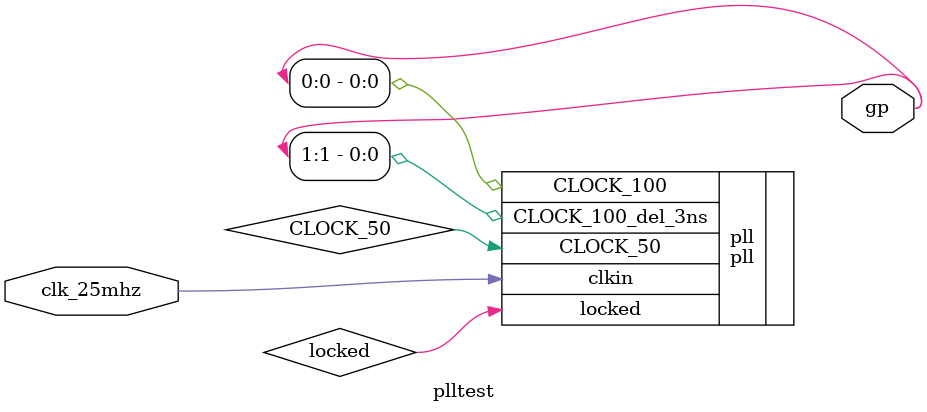
<source format=v>
module plltest(/*AUTOARG*/
   // Outputs
   gp,
   // Inputs
   clk_25mhz
   );
   output [1:0] gp;

   input 	clk_25mhz;
   wire 	CLOCK_50;
   wire 	locked;
   
   
   pll pll(
	   // Outputs
	   .CLOCK_100			(gp[0]),
	   .CLOCK_100_del_3ns		(gp[1]),
	   .CLOCK_50			(CLOCK_50),
	   .locked			(locked),
	   // Inputs
	   .clkin			(clk_25mhz));
   
endmodule

</source>
